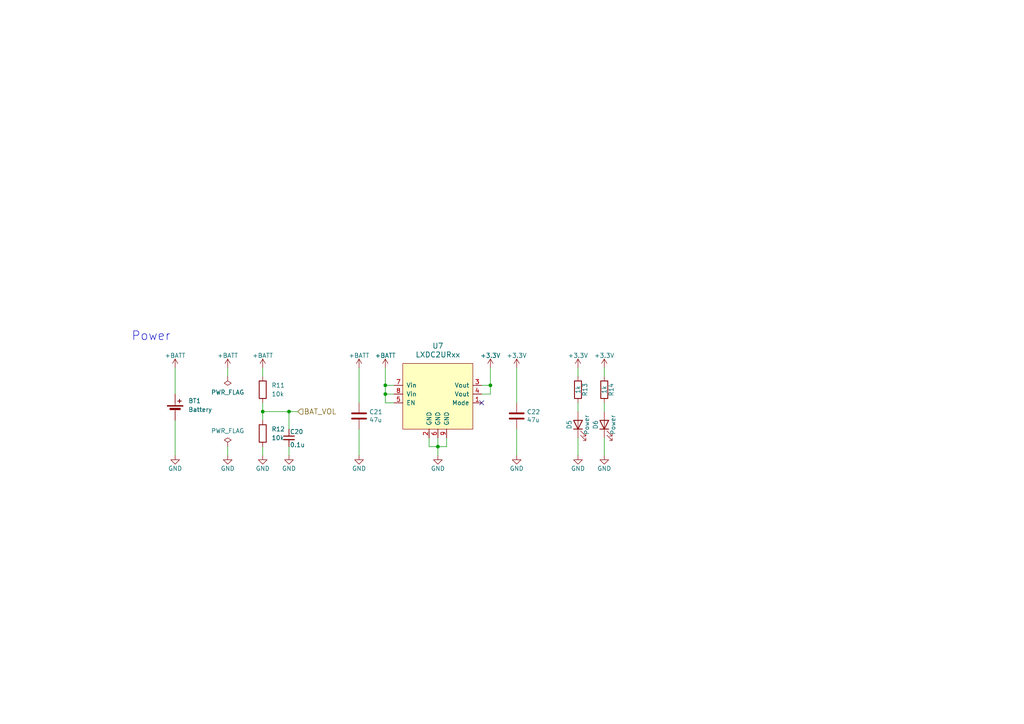
<source format=kicad_sch>
(kicad_sch (version 20230121) (generator eeschema)
  (paper "A4")
  (lib_symbols
    (symbol "Device:Battery_Cell" (pin_numbers hide) (pin_names (offset 0) hide)
      (property "Reference" "BT" (at 2.54 2.54 0))
      (property "Value" "Battery_Cell" (at 2.54 0 0))
      (symbol "Battery_Cell_0_1"
        (rectangle (start -2.286 1.778) (end 2.286 1.524) (fill (type outline)))
        (rectangle (start -1.524 1.016) (end 1.524 0.508) (fill (type outline)))
        (polyline (pts (xy 0 0.762) (xy 0 0)))
        (polyline (pts (xy 0 1.778) (xy 0 2.54)))
        (polyline (pts (xy 0.762 3.048) (xy 1.778 3.048)) (stroke (width 0.254)))
        (polyline (pts (xy 1.27 3.556) (xy 1.27 2.54)) (stroke (width 0.254)))
      )
      (symbol "Battery_Cell_1_1"
        (pin passive line (at 0 5.08 270) (length 2.54) (name "+") (number "1"))
        (pin passive line (at 0 -2.54 90) (length 2.54) (name "-") (number "2"))
      )
    )
    (symbol "Device:C" (pin_numbers hide) (pin_names (offset 0.254))
      (property "Reference" "C" (at 0.635 2.54 0))
      (property "Value" "C" (at 0.635 -2.54 0))
      (symbol "C_0_1"
        (polyline (pts (xy -2.032 -0.762) (xy 2.032 -0.762)) (stroke (width 0.508)))
        (polyline (pts (xy -2.032 0.762) (xy 2.032 0.762)) (stroke (width 0.508)))
      )
      (symbol "C_1_1"
        (pin passive line (at 0 3.81 270) (length 2.794) (name "~") (number "1"))
        (pin passive line (at 0 -3.81 90) (length 2.794) (name "~") (number "2"))
      )
    )
    (symbol "Device:C_Small" (pin_numbers hide) (pin_names (offset 0.254) hide)
      (property "Reference" "C" (at 0.254 1.778 0))
      (property "Value" "C_Small" (at 0.254 -2.032 0))
      (symbol "C_Small_0_1"
        (polyline (pts (xy -1.524 -0.508) (xy 1.524 -0.508)) (stroke (width 0.3302)))
        (polyline (pts (xy -1.524 0.508) (xy 1.524 0.508)) (stroke (width 0.3048)))
      )
      (symbol "C_Small_1_1"
        (pin passive line (at 0 2.54 270) (length 2.032) (name "~") (number "1"))
        (pin passive line (at 0 -2.54 90) (length 2.032) (name "~") (number "2"))
      )
    )
    (symbol "Device:LED" (pin_numbers hide) (pin_names (offset 1.016) hide)
      (property "Reference" "D" (at 0 2.54 0))
      (property "Value" "LED" (at 0 -2.54 0))
      (symbol "LED_0_1"
        (polyline (pts (xy -1.27 -1.27) (xy -1.27 1.27)) (stroke (width 0.254)))
        (polyline (pts (xy -1.27 0) (xy 1.27 0)))
        (polyline (pts (xy 1.27 -1.27) (xy 1.27 1.27) (xy -1.27 0) (xy 1.27 -1.27)) (stroke (width 0.254)))
        (polyline (pts (xy -3.048 -0.762) (xy -4.572 -2.286) (xy -3.81 -2.286) (xy -4.572 -2.286) (xy -4.572 -1.524)))
        (polyline (pts (xy -1.778 -0.762) (xy -3.302 -2.286) (xy -2.54 -2.286) (xy -3.302 -2.286) (xy -3.302 -1.524)))
      )
      (symbol "LED_1_1"
        (pin passive line (at -3.81 0 0) (length 2.54) (name "K") (number "1"))
        (pin passive line (at 3.81 0 180) (length 2.54) (name "A") (number "2"))
      )
    )
    (symbol "Device:R" (pin_numbers hide) (pin_names (offset 0))
      (property "Reference" "R" (at 2.032 0 90))
      (property "Value" "R" (at 0 0 90))
      (symbol "R_0_1"
        (rectangle (start -1.016 -2.54) (end 1.016 2.54) (stroke (width 0.254)))
      )
      (symbol "R_1_1"
        (pin passive line (at 0 3.81 270) (length 1.27) (name "~") (number "1"))
        (pin passive line (at 0 -3.81 90) (length 1.27) (name "~") (number "2"))
      )
    )
    (symbol "KERISE:LXDC2URxx" (pin_names (offset 1.016))
      (property "Reference" "U" (at 0 3.81 0))
      (property "Value" "LXDC2URxx" (at 0 0 0))
      (symbol "LXDC2URxx_0_1"
        (rectangle (start -10.16 2.54) (end 10.16 -16.51) (fill (type background)))
      )
      (symbol "LXDC2URxx_1_1"
        (pin input line (at 12.7 -8.89 180) (length 2.54) (name "Mode") (number "1"))
        (pin power_in line (at -2.54 -19.05 90) (length 2.54) (name "GND") (number "2"))
        (pin power_out line (at 12.7 -3.81 180) (length 2.54) (name "Vout") (number "3"))
        (pin power_in line (at 12.7 -6.35 180) (length 2.54) (name "Vout") (number "4"))
        (pin input line (at -12.7 -8.89 0) (length 2.54) (name "EN") (number "5"))
        (pin power_in line (at 0 -19.05 90) (length 2.54) (name "GND") (number "6"))
        (pin power_in line (at -12.7 -3.81 0) (length 2.54) (name "Vin") (number "7"))
        (pin power_in line (at -12.7 -6.35 0) (length 2.54) (name "Vin") (number "8"))
        (pin power_in line (at 2.54 -19.05 90) (length 2.54) (name "GND") (number "9"))
      )
    )
    (symbol "power:+3.3V" (power) (pin_names (offset 0))
      (property "Value" "+3.3V" (at 0 3.556 0))
      (symbol "+3.3V_0_1"
        (polyline (pts (xy -0.762 1.27) (xy 0 2.54)))
        (polyline (pts (xy 0 0) (xy 0 2.54)))
        (polyline (pts (xy 0 2.54) (xy 0.762 1.27)))
      )
      (symbol "+3.3V_1_1"
        (pin power_in line (at 0 0 90) (length 0) hide (name "+3.3V") (number "1"))
      )
    )
    (symbol "power:+BATT" (power) (pin_names (offset 0))
      (property "Value" "+BATT" (at 0 3.556 0))
      (symbol "+BATT_0_1"
        (polyline (pts (xy -0.762 1.27) (xy 0 2.54)))
        (polyline (pts (xy 0 0) (xy 0 2.54)))
        (polyline (pts (xy 0 2.54) (xy 0.762 1.27)))
      )
      (symbol "+BATT_1_1"
        (pin power_in line (at 0 0 90) (length 0) hide (name "+BATT") (number "1"))
      )
    )
    (symbol "power:GND" (power) (pin_names (offset 0))
      (property "Value" "GND" (at 0 -3.81 0))
      (symbol "GND_0_1"
        (polyline (pts (xy 0 0) (xy 0 -1.27) (xy 1.27 -1.27) (xy 0 -2.54) (xy -1.27 -1.27) (xy 0 -1.27)))
      )
      (symbol "GND_1_1"
        (pin power_in line (at 0 0 270) (length 0) hide (name "GND") (number "1"))
      )
    )
    (symbol "power:PWR_FLAG" (power) (pin_numbers hide) (pin_names (offset 0) hide)
      (property "Value" "PWR_FLAG" (at 0 3.81 0))
      (symbol "PWR_FLAG_0_0"
        (pin power_out line (at 0 0 90) (length 0) (name "pwr") (number "1"))
      )
      (symbol "PWR_FLAG_0_1"
        (polyline (pts (xy 0 0) (xy 0 1.27) (xy -1.016 1.905) (xy 0 2.54) (xy 1.016 1.905) (xy 0 1.27)))
      )
    )
  )
  (junction (at 111.76 114.3))
  (junction (at 83.82 119.38))
  (junction (at 127 129.54))
  (junction (at 111.76 111.76))
  (junction (at 142.24 111.76))
  (junction (at 76.2 119.38))
  (no_connect (at 139.7 116.84))
  (wire (pts (xy 142.24 106.68) (xy 142.24 111.76)))
  (wire (pts (xy 111.76 116.84) (xy 114.3 116.84)))
  (wire (pts (xy 124.46 129.54) (xy 127 129.54)))
  (wire (pts (xy 129.54 129.54) (xy 129.54 127)))
  (wire (pts (xy 175.26 109.22) (xy 175.26 106.68)))
  (wire (pts (xy 111.76 114.3) (xy 111.76 116.84)))
  (wire (pts (xy 142.24 111.76) (xy 142.24 114.3)))
  (wire (pts (xy 50.8 114.3) (xy 50.8 106.68)))
  (wire (pts (xy 76.2 119.38) (xy 83.82 119.38)))
  (wire (pts (xy 83.82 119.38) (xy 86.36 119.38)))
  (wire (pts (xy 76.2 116.84) (xy 76.2 119.38)))
  (wire (pts (xy 83.82 129.54) (xy 83.82 132.08)))
  (wire (pts (xy 167.64 109.22) (xy 167.64 106.68)))
  (wire (pts (xy 127 129.54) (xy 127 132.08)))
  (wire (pts (xy 114.3 111.76) (xy 111.76 111.76)))
  (wire (pts (xy 76.2 129.54) (xy 76.2 132.08)))
  (wire (pts (xy 111.76 111.76) (xy 111.76 114.3)))
  (wire (pts (xy 76.2 119.38) (xy 76.2 121.92)))
  (wire (pts (xy 142.24 114.3) (xy 139.7 114.3)))
  (wire (pts (xy 167.64 127) (xy 167.64 132.08)))
  (wire (pts (xy 175.26 119.38) (xy 175.26 116.84)))
  (wire (pts (xy 104.14 116.84) (xy 104.14 106.68)))
  (wire (pts (xy 142.24 111.76) (xy 139.7 111.76)))
  (wire (pts (xy 104.14 132.08) (xy 104.14 124.46)))
  (wire (pts (xy 83.82 119.38) (xy 83.82 124.46)))
  (wire (pts (xy 149.86 124.46) (xy 149.86 132.08)))
  (wire (pts (xy 127 129.54) (xy 129.54 129.54)))
  (wire (pts (xy 66.04 129.54) (xy 66.04 132.08)))
  (wire (pts (xy 124.46 129.54) (xy 124.46 127)))
  (wire (pts (xy 111.76 106.68) (xy 111.76 111.76)))
  (wire (pts (xy 50.8 121.92) (xy 50.8 132.08)))
  (wire (pts (xy 127 127) (xy 127 129.54)))
  (wire (pts (xy 114.3 114.3) (xy 111.76 114.3)))
  (wire (pts (xy 175.26 127) (xy 175.26 132.08)))
  (wire (pts (xy 66.04 106.68) (xy 66.04 109.22)))
  (wire (pts (xy 167.64 119.38) (xy 167.64 116.84)))
  (wire (pts (xy 149.86 106.68) (xy 149.86 116.84)))
  (wire (pts (xy 76.2 106.68) (xy 76.2 109.22)))
  (text "Power" (at 38.1 99.06 0) (effects (font (size 2.54 2.54)) (justify left bottom)))
  (hierarchical_label "BAT_VOL" (shape input) (at 86.36 119.38 0) (effects (font (size 1.524 1.524))))
  (symbol (lib_id "power:+BATT") (at 50.8 106.68 0) (unit 1)
    (property "Reference" "#PWR044" (effects hide))
    (property "Value" "+BATT" (at 50.8 103.124 0))
  )
  (symbol (lib_id "power:+BATT") (at 76.2 106.68 0) (unit 1)
    (property "Reference" "#PWR048" (effects hide))
    (property "Value" "+BATT" (at 76.2 103.124 0))
  )
  (symbol (lib_id "Device:R") (at 167.64 113.03 0) (unit 1)
    (property "Reference" "R13" (at 169.672 113.03 90))
    (property "Value" "1k" (at 167.64 113.03 90))
    (property "Footprint" "Resistor_SMD:R_0201_0603Metric" (effects hide))
  )
  (symbol (lib_id "power:GND") (at 167.64 132.08 0) (unit 1)
    (property "Reference" "#PWR059" (effects hide))
    (property "Value" "GND" (at 167.64 135.89 0))
  )
  (symbol (lib_id "power:PWR_FLAG") (at 66.04 129.54 0) (unit 1)
    (property "Reference" "#FLG06" (effects hide))
    (property "Value" "PWR_FLAG" (at 66.04 124.968 0))
  )
  (symbol (lib_id "power:PWR_FLAG") (at 66.04 109.22 180) (unit 1)
    (property "Reference" "#FLG05" (effects hide))
    (property "Value" "PWR_FLAG" (at 66.04 113.792 0))
  )
  (symbol (lib_id "power:+BATT") (at 66.04 106.68 0) (unit 1)
    (property "Reference" "#PWR046" (effects hide))
    (property "Value" "+BATT" (at 66.04 103.124 0))
  )
  (symbol (lib_id "power:+3.3V") (at 167.64 106.68 0) (unit 1)
    (property "Reference" "#PWR058" (effects hide))
    (property "Value" "+3.3V" (at 167.64 103.124 0))
  )
  (symbol (lib_id "power:+BATT") (at 111.76 106.68 0) (unit 1)
    (property "Reference" "#PWR053" (effects hide))
    (property "Value" "+BATT" (at 111.76 103.124 0))
  )
  (symbol (lib_id "Device:LED") (at 167.64 123.19 90) (unit 1)
    (property "Reference" "D5" (at 165.1 123.19 0))
    (property "Value" "Power" (at 170.18 123.19 0))
    (property "Footprint" "LED_SMD:LED_0402_1005Metric" (effects hide))
  )
  (symbol (lib_id "Device:C_Small") (at 83.82 127 0) (unit 1)
    (property "Reference" "C20" (at 84.074 125.222 0) (effects (justify left)))
    (property "Value" "0.1u" (at 84.074 129.032 0) (effects (justify left)))
    (property "Footprint" "Capacitor_SMD:C_0201_0603Metric" (effects hide))
  )
  (symbol (lib_id "Device:R") (at 175.26 113.03 0) (unit 1)
    (property "Reference" "R14" (at 177.292 113.03 90))
    (property "Value" "1k" (at 175.26 113.03 90))
    (property "Footprint" "Resistor_SMD:R_0201_0603Metric" (effects hide))
  )
  (symbol (lib_id "power:GND") (at 175.26 132.08 0) (unit 1)
    (property "Reference" "#PWR061" (effects hide))
    (property "Value" "GND" (at 175.26 135.89 0))
  )
  (symbol (lib_id "power:+3.3V") (at 175.26 106.68 0) (unit 1)
    (property "Reference" "#PWR060" (effects hide))
    (property "Value" "+3.3V" (at 175.26 103.124 0))
  )
  (symbol (lib_id "Device:LED") (at 175.26 123.19 90) (unit 1)
    (property "Reference" "D6" (at 172.72 123.19 0))
    (property "Value" "Power" (at 177.8 123.19 0))
    (property "Footprint" "LED_SMD:LED_0402_1005Metric" (effects hide))
  )
  (symbol (lib_id "power:GND") (at 76.2 132.08 0) (unit 1)
    (property "Reference" "#PWR049" (effects hide))
    (property "Value" "GND" (at 76.2 135.89 0))
  )
  (symbol (lib_id "power:GND") (at 83.82 132.08 0) (unit 1)
    (property "Reference" "#PWR050" (effects hide))
    (property "Value" "GND" (at 83.82 135.89 0))
  )
  (symbol (lib_id "power:GND") (at 66.04 132.08 0) (unit 1)
    (property "Reference" "#PWR047" (effects hide))
    (property "Value" "GND" (at 66.04 135.89 0))
  )
  (symbol (lib_id "power:GND") (at 127 132.08 0) (unit 1)
    (property "Reference" "#PWR054" (effects hide))
    (property "Value" "GND" (at 127 135.89 0))
  )
  (symbol (lib_id "power:+3.3V") (at 142.24 106.68 0) (unit 1)
    (property "Reference" "#PWR055" (effects hide))
    (property "Value" "+3.3V" (at 142.24 103.124 0))
  )
  (symbol (lib_id "power:GND") (at 50.8 132.08 0) (unit 1)
    (property "Reference" "#PWR045" (effects hide))
    (property "Value" "GND" (at 50.8 135.89 0))
  )
  (symbol (lib_id "Device:C") (at 149.86 120.65 0) (unit 1)
    (property "Reference" "C22" (at 152.781 119.4816 0) (effects (justify left)))
    (property "Value" "47u" (at 152.781 121.793 0) (effects (justify left)))
    (property "Footprint" "Capacitor_SMD:C_0805_2012Metric" (effects hide))
  )
  (symbol (lib_id "power:GND") (at 149.86 132.08 0) (unit 1)
    (property "Reference" "#PWR057" (effects hide))
    (property "Value" "GND" (at 149.86 135.89 0))
  )
  (symbol (lib_id "power:+3.3V") (at 149.86 106.68 0) (unit 1)
    (property "Reference" "#PWR056" (effects hide))
    (property "Value" "+3.3V" (at 149.86 103.124 0))
  )
  (symbol (lib_id "Device:C") (at 104.14 120.65 0) (unit 1)
    (property "Reference" "C21" (at 107.061 119.4816 0) (effects (justify left)))
    (property "Value" "47u" (at 107.061 121.793 0) (effects (justify left)))
    (property "Footprint" "Capacitor_SMD:C_0805_2012Metric" (effects hide))
  )
  (symbol (lib_id "power:+BATT") (at 104.14 106.68 0) (unit 1)
    (property "Reference" "#PWR051" (effects hide))
    (property "Value" "+BATT" (at 104.14 103.124 0))
  )
  (symbol (lib_id "power:GND") (at 104.14 132.08 0) (unit 1)
    (property "Reference" "#PWR052" (effects hide))
    (property "Value" "GND" (at 104.14 135.89 0))
  )
  (symbol (lib_id "Device:R") (at 76.2 125.73 0) (unit 1)
    (property "Reference" "R12" (at 78.74 124.46 0) (effects (justify left)))
    (property "Value" "10k" (at 78.74 127 0) (effects (justify left)))
    (property "Footprint" "Resistor_SMD:R_0201_0603Metric" (effects hide))
  )
  (symbol (lib_id "Device:R") (at 76.2 113.03 0) (unit 1)
    (property "Reference" "R11" (at 78.74 111.76 0) (effects (justify left)))
    (property "Value" "10k" (at 78.74 114.3 0) (effects (justify left)))
    (property "Footprint" "Resistor_SMD:R_0201_0603Metric" (effects hide))
  )
  (symbol (lib_id "KERISE:LXDC2URxx") (at 127 107.95 0) (unit 1)
    (property "Reference" "U7" (at 127 100.33 0) (effects (font (size 1.524 1.524))))
    (property "Value" "LXDC2URxx" (at 127 102.87 0) (effects (font (size 1.524 1.524))))
    (property "Footprint" "mouse:LXDC2UR" (effects hide))
  )
  (symbol (lib_id "Device:Battery_Cell") (at 50.8 119.38 0) (unit 1)
    (property "Reference" "BT1" (at 54.61 116.2685 0) (effects (justify left)))
    (property "Value" "Battery" (at 54.61 118.8085 0) (effects (justify left)))
    (property "Footprint" "mouse:Hirose_DF13-02P-1.25DSA_02x1.25mm_Straight" (effects hide))
  )
)
</source>
